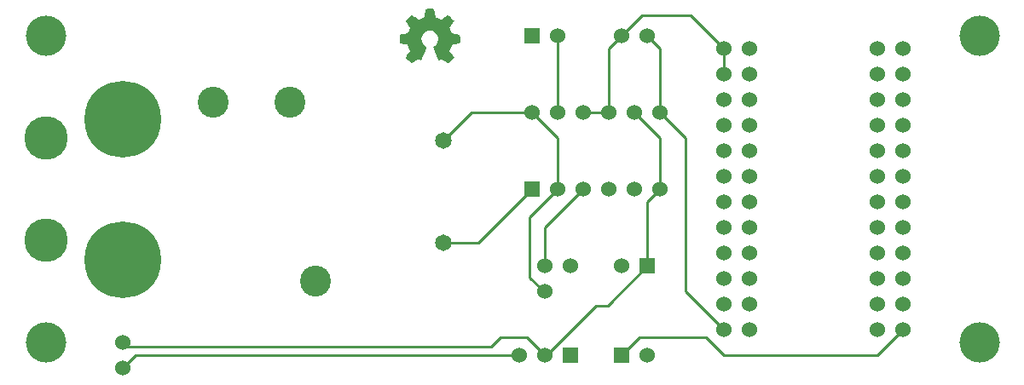
<source format=gtl>
G04 (created by PCBNEW (2013-07-07 BZR 4022)-stable) date Tue 03 Sep 2013 18:57:52 CST*
%MOIN*%
G04 Gerber Fmt 3.4, Leading zero omitted, Abs format*
%FSLAX34Y34*%
G01*
G70*
G90*
G04 APERTURE LIST*
%ADD10C,0.006*%
%ADD11C,0.0001*%
%ADD12C,0.06*%
%ADD13C,0.065*%
%ADD14C,0.121*%
%ADD15C,0.15748*%
%ADD16R,0.06X0.06*%
%ADD17C,0.17*%
%ADD18C,0.3*%
%ADD19C,0.01*%
G04 APERTURE END LIST*
G54D10*
G54D11*
G36*
X51684Y-31561D02*
X51697Y-31554D01*
X51724Y-31537D01*
X51764Y-31511D01*
X51810Y-31480D01*
X51857Y-31448D01*
X51896Y-31422D01*
X51923Y-31405D01*
X51934Y-31399D01*
X51940Y-31401D01*
X51962Y-31412D01*
X51994Y-31429D01*
X52013Y-31438D01*
X52043Y-31451D01*
X52057Y-31454D01*
X52060Y-31450D01*
X52071Y-31427D01*
X52088Y-31388D01*
X52110Y-31337D01*
X52136Y-31277D01*
X52163Y-31212D01*
X52190Y-31146D01*
X52216Y-31084D01*
X52240Y-31027D01*
X52258Y-30981D01*
X52270Y-30949D01*
X52275Y-30935D01*
X52273Y-30932D01*
X52259Y-30918D01*
X52233Y-30899D01*
X52177Y-30853D01*
X52122Y-30784D01*
X52088Y-30706D01*
X52077Y-30619D01*
X52086Y-30539D01*
X52118Y-30462D01*
X52172Y-30392D01*
X52238Y-30340D01*
X52314Y-30308D01*
X52400Y-30297D01*
X52482Y-30306D01*
X52561Y-30337D01*
X52631Y-30390D01*
X52660Y-30424D01*
X52701Y-30495D01*
X52724Y-30570D01*
X52726Y-30589D01*
X52723Y-30672D01*
X52698Y-30752D01*
X52655Y-30823D01*
X52594Y-30881D01*
X52586Y-30887D01*
X52558Y-30908D01*
X52539Y-30922D01*
X52524Y-30934D01*
X52630Y-31189D01*
X52647Y-31229D01*
X52676Y-31298D01*
X52701Y-31358D01*
X52722Y-31406D01*
X52736Y-31438D01*
X52742Y-31451D01*
X52743Y-31451D01*
X52752Y-31453D01*
X52771Y-31446D01*
X52807Y-31429D01*
X52830Y-31417D01*
X52857Y-31404D01*
X52869Y-31399D01*
X52880Y-31404D01*
X52906Y-31421D01*
X52943Y-31447D01*
X52989Y-31477D01*
X53032Y-31507D01*
X53072Y-31533D01*
X53101Y-31552D01*
X53115Y-31559D01*
X53117Y-31559D01*
X53130Y-31552D01*
X53153Y-31533D01*
X53187Y-31500D01*
X53236Y-31452D01*
X53244Y-31445D01*
X53284Y-31404D01*
X53317Y-31369D01*
X53339Y-31345D01*
X53347Y-31334D01*
X53347Y-31334D01*
X53339Y-31320D01*
X53321Y-31291D01*
X53295Y-31251D01*
X53263Y-31203D01*
X53178Y-31081D01*
X53225Y-30966D01*
X53239Y-30930D01*
X53257Y-30887D01*
X53270Y-30857D01*
X53277Y-30843D01*
X53290Y-30839D01*
X53321Y-30831D01*
X53367Y-30822D01*
X53422Y-30812D01*
X53474Y-30802D01*
X53521Y-30793D01*
X53555Y-30787D01*
X53570Y-30784D01*
X53574Y-30781D01*
X53577Y-30774D01*
X53579Y-30758D01*
X53580Y-30729D01*
X53581Y-30684D01*
X53581Y-30619D01*
X53581Y-30612D01*
X53580Y-30550D01*
X53579Y-30501D01*
X53577Y-30469D01*
X53575Y-30456D01*
X53575Y-30456D01*
X53560Y-30452D01*
X53527Y-30445D01*
X53480Y-30436D01*
X53424Y-30425D01*
X53420Y-30425D01*
X53364Y-30414D01*
X53318Y-30404D01*
X53285Y-30397D01*
X53271Y-30392D01*
X53268Y-30388D01*
X53257Y-30366D01*
X53241Y-30332D01*
X53222Y-30290D01*
X53204Y-30246D01*
X53188Y-30206D01*
X53178Y-30177D01*
X53175Y-30163D01*
X53175Y-30163D01*
X53183Y-30150D01*
X53202Y-30121D01*
X53230Y-30081D01*
X53262Y-30033D01*
X53265Y-30029D01*
X53297Y-29982D01*
X53323Y-29942D01*
X53340Y-29914D01*
X53347Y-29901D01*
X53347Y-29900D01*
X53336Y-29886D01*
X53312Y-29859D01*
X53277Y-29823D01*
X53236Y-29782D01*
X53223Y-29769D01*
X53177Y-29724D01*
X53145Y-29695D01*
X53125Y-29679D01*
X53116Y-29675D01*
X53115Y-29676D01*
X53101Y-29684D01*
X53071Y-29704D01*
X53031Y-29731D01*
X52983Y-29764D01*
X52980Y-29766D01*
X52932Y-29798D01*
X52893Y-29825D01*
X52865Y-29843D01*
X52853Y-29850D01*
X52851Y-29850D01*
X52832Y-29845D01*
X52798Y-29833D01*
X52757Y-29817D01*
X52713Y-29800D01*
X52673Y-29783D01*
X52644Y-29769D01*
X52630Y-29761D01*
X52629Y-29761D01*
X52624Y-29744D01*
X52616Y-29708D01*
X52606Y-29660D01*
X52595Y-29602D01*
X52593Y-29593D01*
X52583Y-29536D01*
X52574Y-29490D01*
X52567Y-29458D01*
X52564Y-29444D01*
X52556Y-29443D01*
X52528Y-29441D01*
X52486Y-29439D01*
X52435Y-29439D01*
X52382Y-29439D01*
X52330Y-29440D01*
X52286Y-29442D01*
X52254Y-29444D01*
X52240Y-29447D01*
X52240Y-29448D01*
X52235Y-29465D01*
X52227Y-29500D01*
X52217Y-29549D01*
X52206Y-29607D01*
X52204Y-29618D01*
X52194Y-29674D01*
X52184Y-29720D01*
X52177Y-29751D01*
X52174Y-29764D01*
X52169Y-29766D01*
X52146Y-29777D01*
X52108Y-29792D01*
X52061Y-29811D01*
X51953Y-29855D01*
X51821Y-29764D01*
X51809Y-29756D01*
X51761Y-29723D01*
X51722Y-29697D01*
X51694Y-29680D01*
X51683Y-29673D01*
X51682Y-29674D01*
X51669Y-29685D01*
X51643Y-29710D01*
X51607Y-29745D01*
X51565Y-29786D01*
X51534Y-29817D01*
X51498Y-29854D01*
X51475Y-29879D01*
X51462Y-29895D01*
X51457Y-29905D01*
X51459Y-29912D01*
X51467Y-29925D01*
X51487Y-29954D01*
X51514Y-29995D01*
X51546Y-30041D01*
X51573Y-30081D01*
X51602Y-30125D01*
X51620Y-30157D01*
X51627Y-30172D01*
X51625Y-30179D01*
X51616Y-30205D01*
X51600Y-30244D01*
X51580Y-30291D01*
X51534Y-30396D01*
X51465Y-30409D01*
X51424Y-30417D01*
X51365Y-30428D01*
X51309Y-30439D01*
X51222Y-30456D01*
X51219Y-30775D01*
X51233Y-30781D01*
X51246Y-30785D01*
X51278Y-30792D01*
X51324Y-30801D01*
X51378Y-30811D01*
X51425Y-30820D01*
X51471Y-30829D01*
X51505Y-30835D01*
X51520Y-30838D01*
X51523Y-30843D01*
X51535Y-30866D01*
X51552Y-30902D01*
X51570Y-30945D01*
X51589Y-30990D01*
X51605Y-31031D01*
X51617Y-31063D01*
X51621Y-31079D01*
X51615Y-31091D01*
X51597Y-31119D01*
X51571Y-31158D01*
X51540Y-31204D01*
X51508Y-31251D01*
X51481Y-31290D01*
X51462Y-31319D01*
X51455Y-31332D01*
X51459Y-31341D01*
X51477Y-31363D01*
X51512Y-31399D01*
X51564Y-31451D01*
X51573Y-31459D01*
X51614Y-31499D01*
X51649Y-31531D01*
X51673Y-31553D01*
X51684Y-31561D01*
X51684Y-31561D01*
G37*
G54D12*
X70900Y-42000D03*
X70900Y-41000D03*
X70900Y-40000D03*
X70900Y-39000D03*
X70900Y-38000D03*
X70900Y-37000D03*
X70900Y-36000D03*
X70900Y-35000D03*
X70900Y-34000D03*
X70900Y-33000D03*
X70900Y-32000D03*
X70900Y-31000D03*
X63900Y-31000D03*
X63900Y-32000D03*
X63900Y-33000D03*
X63900Y-34000D03*
X63900Y-35000D03*
X63900Y-36000D03*
X63900Y-37000D03*
X63900Y-38000D03*
X63900Y-39000D03*
X63900Y-40000D03*
X63900Y-41000D03*
X63900Y-42000D03*
X69900Y-42000D03*
X69900Y-41000D03*
X69900Y-40000D03*
X69900Y-39000D03*
X69900Y-38000D03*
X69900Y-37000D03*
X69900Y-36000D03*
X69900Y-35000D03*
X69900Y-34000D03*
X69900Y-33000D03*
X69900Y-32000D03*
X69900Y-31000D03*
X64900Y-31000D03*
X64900Y-32000D03*
X64900Y-33000D03*
X64900Y-34000D03*
X64900Y-35000D03*
X64900Y-36000D03*
X64900Y-37000D03*
X64900Y-38000D03*
X64900Y-39000D03*
X64900Y-40000D03*
X64900Y-41000D03*
X64900Y-42000D03*
G54D13*
X52943Y-38602D03*
X52943Y-34603D03*
G54D14*
X47944Y-40098D03*
X43940Y-33107D03*
X46944Y-33107D03*
G54D15*
X37400Y-42500D03*
X37400Y-30500D03*
X73900Y-42500D03*
X73900Y-30500D03*
G54D16*
X57900Y-43000D03*
G54D12*
X56900Y-43000D03*
X55900Y-43000D03*
G54D16*
X60900Y-39500D03*
G54D12*
X59900Y-39500D03*
X59900Y-30500D03*
X60900Y-30500D03*
G54D16*
X56400Y-36500D03*
G54D12*
X56400Y-33500D03*
X57900Y-39500D03*
X56900Y-39500D03*
X56900Y-40500D03*
G54D16*
X56400Y-30500D03*
G54D12*
X57400Y-30500D03*
X40400Y-43500D03*
X40400Y-42500D03*
G54D17*
X37400Y-38500D03*
X37400Y-34500D03*
G54D18*
X40400Y-39250D03*
X40400Y-33750D03*
G54D16*
X59900Y-43000D03*
G54D12*
X60900Y-43000D03*
X60400Y-33500D03*
X60400Y-36500D03*
X61400Y-33500D03*
X61400Y-36500D03*
X59400Y-33500D03*
X59400Y-36500D03*
X58400Y-33500D03*
X58400Y-36500D03*
X57400Y-33500D03*
X57400Y-36500D03*
G54D19*
X61400Y-33500D02*
X61400Y-31000D01*
X61400Y-31000D02*
X60900Y-30500D01*
X61400Y-33500D02*
X62400Y-34500D01*
X62400Y-34500D02*
X62400Y-40500D01*
X62400Y-40500D02*
X63900Y-42000D01*
X59900Y-43000D02*
X60600Y-42300D01*
X60600Y-42300D02*
X63200Y-42300D01*
X52943Y-38602D02*
X54298Y-38602D01*
X54298Y-38602D02*
X56400Y-36500D01*
X69900Y-43000D02*
X70900Y-42000D01*
X63200Y-42300D02*
X63900Y-43000D01*
X63900Y-43000D02*
X69900Y-43000D01*
X55900Y-43000D02*
X40900Y-43000D01*
X40900Y-43000D02*
X40400Y-43500D01*
X63900Y-31000D02*
X62600Y-29700D01*
X62600Y-29700D02*
X60700Y-29700D01*
X63900Y-32000D02*
X63900Y-31000D01*
X58400Y-33500D02*
X59400Y-33500D01*
X59400Y-33500D02*
X59400Y-31000D01*
X59400Y-31000D02*
X59900Y-30500D01*
X60700Y-29700D02*
X59900Y-30500D01*
X57400Y-36500D02*
X57400Y-34500D01*
X57400Y-34500D02*
X56400Y-33500D01*
X56900Y-40500D02*
X56850Y-40500D01*
X56300Y-37600D02*
X57400Y-36500D01*
X56300Y-39950D02*
X56300Y-37600D01*
X56850Y-40500D02*
X56300Y-39950D01*
X56400Y-33500D02*
X54046Y-33500D01*
X54046Y-33500D02*
X52943Y-34603D01*
X56900Y-43000D02*
X56950Y-43000D01*
X59350Y-41050D02*
X60900Y-39500D01*
X58900Y-41050D02*
X59350Y-41050D01*
X56950Y-43000D02*
X58900Y-41050D01*
X56900Y-43000D02*
X56200Y-42300D01*
X40550Y-42650D02*
X40400Y-42500D01*
X54800Y-42650D02*
X40550Y-42650D01*
X55150Y-42300D02*
X54800Y-42650D01*
X56200Y-42300D02*
X55150Y-42300D01*
X61400Y-36500D02*
X61400Y-34500D01*
X61400Y-34500D02*
X60400Y-33500D01*
X60900Y-39500D02*
X60900Y-37000D01*
X60900Y-37000D02*
X61400Y-36500D01*
X57400Y-33500D02*
X57400Y-30500D01*
X56900Y-39500D02*
X56900Y-38000D01*
X56900Y-38000D02*
X58400Y-36500D01*
M02*

</source>
